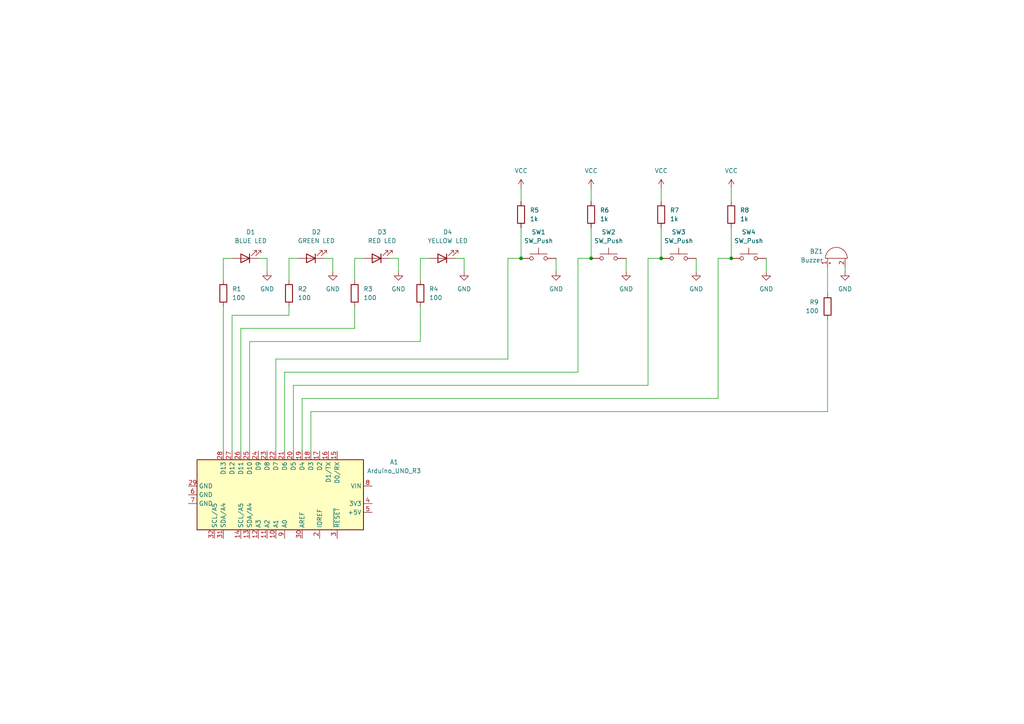
<source format=kicad_sch>
(kicad_sch (version 20230121) (generator eeschema)
  (paper "A4")
  (title_block (title "Simon Says - Arduino Uno Rev3"))
  (lib_symbols
    (symbol "Device:Buzzer" (pin_names (offset 0.0254) hide)
      (property "Reference" "BZ" (at 3.81 1.27 0))
      (property "Value" "Buzzer" (at 3.81 -1.27 0))
      (symbol "Buzzer_0_1"
        (arc (start 0 -3.175) (mid 3.1612 0) (end 0 3.175))
        (polyline (pts (xy -1.651 1.905) (xy -1.143 1.905)))
        (polyline (pts (xy -1.397 2.159) (xy -1.397 1.651)))
        (polyline (pts (xy 0 3.175) (xy 0 -3.175)))
      )
      (symbol "Buzzer_1_1"
        (pin passive line (at -2.54 2.54 0) (length 2.54) (name "+") (number "1"))
        (pin passive line (at -2.54 -2.54 0) (length 2.54) (name "-") (number "2"))
      )
    )
    (symbol "Device:LED" (pin_numbers hide) (pin_names (offset 1.016) hide)
      (property "Reference" "D" (at 0 2.54 0))
      (property "Value" "LED" (at 0 -2.54 0))
      (symbol "LED_0_1"
        (polyline (pts (xy -1.27 -1.27) (xy -1.27 1.27)) (stroke (width 0.254)))
        (polyline (pts (xy -1.27 0) (xy 1.27 0)))
        (polyline (pts (xy 1.27 -1.27) (xy 1.27 1.27) (xy -1.27 0) (xy 1.27 -1.27)) (stroke (width 0.254)))
        (polyline (pts (xy -3.048 -0.762) (xy -4.572 -2.286) (xy -3.81 -2.286) (xy -4.572 -2.286) (xy -4.572 -1.524)))
        (polyline (pts (xy -1.778 -0.762) (xy -3.302 -2.286) (xy -2.54 -2.286) (xy -3.302 -2.286) (xy -3.302 -1.524)))
      )
      (symbol "LED_1_1"
        (pin passive line (at -3.81 0 0) (length 2.54) (name "K") (number "1"))
        (pin passive line (at 3.81 0 180) (length 2.54) (name "A") (number "2"))
      )
    )
    (symbol "Device:R" (pin_numbers hide) (pin_names (offset 0))
      (property "Reference" "R" (at 2.032 0 90))
      (property "Value" "R" (at 0 0 90))
      (symbol "R_0_1"
        (rectangle (start -1.016 -2.54) (end 1.016 2.54) (stroke (width 0.254)))
      )
      (symbol "R_1_1"
        (pin passive line (at 0 3.81 270) (length 1.27) (name "~") (number "1"))
        (pin passive line (at 0 -3.81 90) (length 1.27) (name "~") (number "2"))
      )
    )
    (symbol "MCU_Module:Arduino_UNO_R3"
      (property "Reference" "A" (at -10.16 23.495 0))
      (property "Value" "Arduino_UNO_R3" (at 5.08 -26.67 0))
      (symbol "Arduino_UNO_R3_0_1"
        (rectangle (start -10.16 22.86) (end 10.16 -25.4) (stroke (width 0.254)) (fill (type background)))
      )
      (symbol "Arduino_UNO_R3_1_1"
        (pin no_connect line (at -10.16 -20.32 0) (length 2.54) hide (name "NC") (number "1"))
        (pin bidirectional line (at 12.7 -2.54 180) (length 2.54) (name "A1") (number "10"))
        (pin bidirectional line (at 12.7 -5.08 180) (length 2.54) (name "A2") (number "11"))
        (pin bidirectional line (at 12.7 -7.62 180) (length 2.54) (name "A3") (number "12"))
        (pin bidirectional line (at 12.7 -10.16 180) (length 2.54) (name "SDA/A4") (number "13"))
        (pin bidirectional line (at 12.7 -12.7 180) (length 2.54) (name "SCL/A5") (number "14"))
        (pin bidirectional line (at -12.7 15.24 0) (length 2.54) (name "D0/RX") (number "15"))
        (pin bidirectional line (at -12.7 12.7 0) (length 2.54) (name "D1/TX") (number "16"))
        (pin bidirectional line (at -12.7 10.16 0) (length 2.54) (name "D2") (number "17"))
        (pin bidirectional line (at -12.7 7.62 0) (length 2.54) (name "D3") (number "18"))
        (pin bidirectional line (at -12.7 5.08 0) (length 2.54) (name "D4") (number "19"))
        (pin output line (at 12.7 10.16 180) (length 2.54) (name "IOREF") (number "2"))
        (pin bidirectional line (at -12.7 2.54 0) (length 2.54) (name "D5") (number "20"))
        (pin bidirectional line (at -12.7 0 0) (length 2.54) (name "D6") (number "21"))
        (pin bidirectional line (at -12.7 -2.54 0) (length 2.54) (name "D7") (number "22"))
        (pin bidirectional line (at -12.7 -5.08 0) (length 2.54) (name "D8") (number "23"))
        (pin bidirectional line (at -12.7 -7.62 0) (length 2.54) (name "D9") (number "24"))
        (pin bidirectional line (at -12.7 -10.16 0) (length 2.54) (name "D10") (number "25"))
        (pin bidirectional line (at -12.7 -12.7 0) (length 2.54) (name "D11") (number "26"))
        (pin bidirectional line (at -12.7 -15.24 0) (length 2.54) (name "D12") (number "27"))
        (pin bidirectional line (at -12.7 -17.78 0) (length 2.54) (name "D13") (number "28"))
        (pin power_in line (at -2.54 -27.94 90) (length 2.54) (name "GND") (number "29"))
        (pin input line (at 12.7 15.24 180) (length 2.54) (name "~{RESET}") (number "3"))
        (pin input line (at 12.7 5.08 180) (length 2.54) (name "AREF") (number "30"))
        (pin bidirectional line (at 12.7 -17.78 180) (length 2.54) (name "SDA/A4") (number "31"))
        (pin bidirectional line (at 12.7 -20.32 180) (length 2.54) (name "SCL/A5") (number "32"))
        (pin power_out line (at 2.54 25.4 270) (length 2.54) (name "3V3") (number "4"))
        (pin power_out line (at 5.08 25.4 270) (length 2.54) (name "+5V") (number "5"))
        (pin power_in line (at 0 -27.94 90) (length 2.54) (name "GND") (number "6"))
        (pin power_in line (at 2.54 -27.94 90) (length 2.54) (name "GND") (number "7"))
        (pin power_in line (at -2.54 25.4 270) (length 2.54) (name "VIN") (number "8"))
        (pin bidirectional line (at 12.7 0 180) (length 2.54) (name "A0") (number "9"))
      )
    )
    (symbol "Switch:SW_Push" (pin_numbers hide) (pin_names (offset 1.016) hide)
      (property "Reference" "SW" (at 1.27 2.54 0))
      (property "Value" "SW_Push" (at 0 -1.524 0))
      (symbol "SW_Push_0_1"
        (circle (center -2.032 0) (radius 0.508))
        (polyline (pts (xy 0 1.27) (xy 0 3.048)))
        (polyline (pts (xy 2.54 1.27) (xy -2.54 1.27)))
        (circle (center 2.032 0) (radius 0.508))
        (pin passive line (at -5.08 0 0) (length 2.54) (name "1") (number "1"))
        (pin passive line (at 5.08 0 180) (length 2.54) (name "2") (number "2"))
      )
    )
    (symbol "power:GND" (power) (pin_names (offset 0))
      (property "Value" "GND" (at 0 -3.81 0))
      (symbol "GND_0_1"
        (polyline (pts (xy 0 0) (xy 0 -1.27) (xy 1.27 -1.27) (xy 0 -2.54) (xy -1.27 -1.27) (xy 0 -1.27)))
      )
      (symbol "GND_1_1"
        (pin power_in line (at 0 0 270) (length 0) hide (name "GND") (number "1"))
      )
    )
    (symbol "power:VCC" (power) (pin_names (offset 0))
      (property "Value" "VCC" (at 0 3.81 0))
      (symbol "VCC_0_1"
        (polyline (pts (xy -0.762 1.27) (xy 0 2.54)))
        (polyline (pts (xy 0 0) (xy 0 2.54)))
        (polyline (pts (xy 0 2.54) (xy 0.762 1.27)))
      )
      (symbol "VCC_1_1"
        (pin power_in line (at 0 0 90) (length 0) hide (name "VCC") (number "1"))
      )
    )
  )
  (junction (at 191.77 74.93))
  (junction (at 151.13 74.93))
  (junction (at 212.09 74.93))
  (junction (at 171.45 74.93))
  (wire (pts (xy 115.57 74.93) (xy 113.03 74.93)))
  (wire (pts (xy 134.62 74.93) (xy 132.08 74.93)))
  (wire (pts (xy 240.03 77.47) (xy 240.03 85.09)))
  (wire (pts (xy 151.13 54.61) (xy 151.13 58.42)))
  (wire (pts (xy 147.32 74.93) (xy 151.13 74.93)))
  (wire (pts (xy 64.77 74.93) (xy 64.77 81.28)))
  (wire (pts (xy 208.28 74.93) (xy 212.09 74.93)))
  (wire (pts (xy 121.92 88.9) (xy 121.92 99.06)))
  (wire (pts (xy 102.87 88.9) (xy 102.87 95.25)))
  (wire (pts (xy 134.62 78.74) (xy 134.62 74.93)))
  (wire (pts (xy 83.82 74.93) (xy 83.82 81.28)))
  (wire (pts (xy 167.64 107.95) (xy 82.55 107.95)))
  (wire (pts (xy 191.77 66.04) (xy 191.77 74.93)))
  (wire (pts (xy 67.31 91.44) (xy 83.82 91.44)))
  (wire (pts (xy 105.41 74.93) (xy 102.87 74.93)))
  (wire (pts (xy 82.55 107.95) (xy 82.55 130.81)))
  (wire (pts (xy 64.77 88.9) (xy 64.77 130.81)))
  (wire (pts (xy 212.09 66.04) (xy 212.09 74.93)))
  (wire (pts (xy 147.32 104.14) (xy 147.32 74.93)))
  (wire (pts (xy 80.01 104.14) (xy 147.32 104.14)))
  (wire (pts (xy 171.45 54.61) (xy 171.45 58.42)))
  (wire (pts (xy 167.64 74.93) (xy 171.45 74.93)))
  (wire (pts (xy 181.61 74.93) (xy 181.61 78.74)))
  (wire (pts (xy 240.03 119.38) (xy 240.03 92.71)))
  (wire (pts (xy 96.52 78.74) (xy 96.52 74.93)))
  (wire (pts (xy 161.29 74.93) (xy 161.29 78.74)))
  (wire (pts (xy 115.57 78.74) (xy 115.57 74.93)))
  (wire (pts (xy 245.11 78.74) (xy 245.11 77.47)))
  (wire (pts (xy 121.92 74.93) (xy 121.92 81.28)))
  (wire (pts (xy 167.64 74.93) (xy 167.64 107.95)))
  (wire (pts (xy 87.63 115.57) (xy 208.28 115.57)))
  (wire (pts (xy 77.47 78.74) (xy 77.47 74.93)))
  (wire (pts (xy 77.47 74.93) (xy 74.93 74.93)))
  (wire (pts (xy 87.63 130.81) (xy 87.63 115.57)))
  (wire (pts (xy 222.25 74.93) (xy 222.25 78.74)))
  (wire (pts (xy 191.77 54.61) (xy 191.77 58.42)))
  (wire (pts (xy 90.17 119.38) (xy 240.03 119.38)))
  (wire (pts (xy 67.31 74.93) (xy 64.77 74.93)))
  (wire (pts (xy 83.82 91.44) (xy 83.82 88.9)))
  (wire (pts (xy 208.28 74.93) (xy 208.28 115.57)))
  (wire (pts (xy 72.39 99.06) (xy 121.92 99.06)))
  (wire (pts (xy 72.39 130.81) (xy 72.39 99.06)))
  (wire (pts (xy 90.17 130.81) (xy 90.17 119.38)))
  (wire (pts (xy 171.45 66.04) (xy 171.45 74.93)))
  (wire (pts (xy 212.09 54.61) (xy 212.09 58.42)))
  (wire (pts (xy 124.46 74.93) (xy 121.92 74.93)))
  (wire (pts (xy 69.85 95.25) (xy 102.87 95.25)))
  (wire (pts (xy 151.13 66.04) (xy 151.13 74.93)))
  (wire (pts (xy 85.09 130.81) (xy 85.09 111.76)))
  (wire (pts (xy 86.36 74.93) (xy 83.82 74.93)))
  (wire (pts (xy 67.31 130.81) (xy 67.31 91.44)))
  (wire (pts (xy 201.93 74.93) (xy 201.93 78.74)))
  (wire (pts (xy 187.96 74.93) (xy 187.96 111.76)))
  (wire (pts (xy 187.96 74.93) (xy 191.77 74.93)))
  (wire (pts (xy 69.85 130.81) (xy 69.85 95.25)))
  (wire (pts (xy 102.87 74.93) (xy 102.87 81.28)))
  (wire (pts (xy 85.09 111.76) (xy 187.96 111.76)))
  (wire (pts (xy 80.01 130.81) (xy 80.01 104.14)))
  (wire (pts (xy 96.52 74.93) (xy 93.98 74.93)))
  (symbol (lib_id "Device:R") (at 151.13 62.23 0) (unit 1)
    (property "Reference" "R5" (at 153.67 60.96 0) (effects (justify left)))
    (property "Value" "1k" (at 153.67 63.5 0) (effects (justify left)))
  )
  (symbol (lib_id "Device:R") (at 212.09 62.23 0) (unit 1)
    (property "Reference" "R8" (at 214.63 60.96 0) (effects (justify left)))
    (property "Value" "1k" (at 214.63 63.5 0) (effects (justify left)))
  )
  (symbol (lib_id "power:VCC") (at 212.09 54.61 0) (unit 1)
    (property "Reference" "#PWR011" (effects hide))
    (property "Value" "VCC" (at 212.09 49.53 0))
  )
  (symbol (lib_id "Device:R") (at 191.77 62.23 0) (unit 1)
    (property "Reference" "R7" (at 194.31 60.96 0) (effects (justify left)))
    (property "Value" "1k" (at 194.31 63.5 0) (effects (justify left)))
  )
  (symbol (lib_id "power:GND") (at 134.62 78.74 0) (unit 1)
    (property "Reference" "#PWR04" (effects hide))
    (property "Value" "GND" (at 134.62 83.82 0))
  )
  (symbol (lib_id "Device:LED") (at 71.12 74.93 180) (unit 1)
    (property "Reference" "D1" (at 72.7075 67.31 0))
    (property "Value" "BLUE LED" (at 72.7075 69.85 0))
    (property "Footprint" "LED_THT:LED_D5.0mm_Clear" (effects hide))
  )
  (symbol (lib_id "Device:R") (at 102.87 85.09 0) (unit 1)
    (property "Reference" "R3" (at 105.41 83.82 0) (effects (justify left)))
    (property "Value" "100" (at 105.41 86.36 0) (effects (justify left)))
  )
  (symbol (lib_id "Switch:SW_Push") (at 156.21 74.93 0) (unit 1)
    (property "Reference" "SW1" (at 156.21 67.31 0))
    (property "Value" "SW_Push" (at 156.21 69.85 0))
  )
  (symbol (lib_id "Switch:SW_Push") (at 196.85 74.93 0) (unit 1)
    (property "Reference" "SW3" (at 196.85 67.31 0))
    (property "Value" "SW_Push" (at 196.85 69.85 0))
  )
  (symbol (lib_id "Device:LED") (at 109.22 74.93 180) (unit 1)
    (property "Reference" "D3" (at 110.8075 67.31 0))
    (property "Value" "RED LED" (at 110.8075 69.85 0))
    (property "Footprint" "LED_THT:LED_D5.0mm_Clear" (effects hide))
  )
  (symbol (lib_id "power:GND") (at 222.25 78.74 0) (unit 1)
    (property "Reference" "#PWR012" (effects hide))
    (property "Value" "GND" (at 222.25 83.82 0))
  )
  (symbol (lib_id "Device:R") (at 121.92 85.09 0) (unit 1)
    (property "Reference" "R4" (at 124.46 83.82 0) (effects (justify left)))
    (property "Value" "100" (at 124.46 86.36 0) (effects (justify left)))
  )
  (symbol (lib_id "MCU_Module:Arduino_UNO_R3") (at 82.55 143.51 270) (unit 1)
    (property "Reference" "A1" (at 114.3 134.0419 90))
    (property "Value" "Arduino_UNO_R3" (at 114.3 136.5819 90))
    (property "Footprint" "Module:Arduino_UNO_R3" (effects hide))
    (property "Datasheet" "https://www.arduino.cc/en/Main/arduinoBoardUno" (effects hide))
  )
  (symbol (lib_id "Device:Buzzer") (at 242.57 74.93 90) (unit 1)
    (property "Reference" "BZ1" (at 238.76 72.9049 90) (effects (justify left)))
    (property "Value" "Buzzer" (at 238.76 75.4449 90) (effects (justify left)))
  )
  (symbol (lib_id "Device:R") (at 64.77 85.09 0) (unit 1)
    (property "Reference" "R1" (at 67.31 83.82 0) (effects (justify left)))
    (property "Value" "100" (at 67.31 86.36 0) (effects (justify left)))
  )
  (symbol (lib_id "power:VCC") (at 151.13 54.61 0) (unit 1)
    (property "Reference" "#PWR06" (effects hide))
    (property "Value" "VCC" (at 151.13 49.53 0))
  )
  (symbol (lib_id "power:GND") (at 96.52 78.74 0) (unit 1)
    (property "Reference" "#PWR02" (effects hide))
    (property "Value" "GND" (at 96.52 83.82 0))
  )
  (symbol (lib_id "power:GND") (at 115.57 78.74 0) (unit 1)
    (property "Reference" "#PWR03" (effects hide))
    (property "Value" "GND" (at 115.57 83.82 0))
  )
  (symbol (lib_id "power:GND") (at 245.11 78.74 0) (unit 1)
    (property "Reference" "#PWR013" (effects hide))
    (property "Value" "GND" (at 245.11 83.82 0))
  )
  (symbol (lib_id "power:VCC") (at 191.77 54.61 0) (unit 1)
    (property "Reference" "#PWR09" (effects hide))
    (property "Value" "VCC" (at 191.77 49.53 0))
  )
  (symbol (lib_id "Switch:SW_Push") (at 176.53 74.93 0) (unit 1)
    (property "Reference" "SW2" (at 176.53 67.31 0))
    (property "Value" "SW_Push" (at 176.53 69.85 0))
  )
  (symbol (lib_id "power:GND") (at 181.61 78.74 0) (unit 1)
    (property "Reference" "#PWR08" (effects hide))
    (property "Value" "GND" (at 181.61 83.82 0))
  )
  (symbol (lib_id "power:GND") (at 77.47 78.74 0) (unit 1)
    (property "Reference" "#PWR01" (effects hide))
    (property "Value" "GND" (at 77.47 83.82 0))
  )
  (symbol (lib_id "Device:R") (at 240.03 88.9 0) (mirror y) (unit 1)
    (property "Reference" "R9" (at 237.49 87.63 0) (effects (justify left)))
    (property "Value" "100" (at 237.49 90.17 0) (effects (justify left)))
  )
  (symbol (lib_id "power:GND") (at 201.93 78.74 0) (unit 1)
    (property "Reference" "#PWR010" (effects hide))
    (property "Value" "GND" (at 201.93 83.82 0))
  )
  (symbol (lib_id "Device:R") (at 171.45 62.23 0) (unit 1)
    (property "Reference" "R6" (at 173.99 60.96 0) (effects (justify left)))
    (property "Value" "1k" (at 173.99 63.5 0) (effects (justify left)))
  )
  (symbol (lib_id "Device:R") (at 83.82 85.09 0) (unit 1)
    (property "Reference" "R2" (at 86.36 83.82 0) (effects (justify left)))
    (property "Value" "100" (at 86.36 86.36 0) (effects (justify left)))
  )
  (symbol (lib_id "Switch:SW_Push") (at 217.17 74.93 0) (unit 1)
    (property "Reference" "SW4" (at 217.17 67.31 0))
    (property "Value" "SW_Push" (at 217.17 69.85 0))
  )
  (symbol (lib_id "power:VCC") (at 171.45 54.61 0) (unit 1)
    (property "Reference" "#PWR07" (effects hide))
    (property "Value" "VCC" (at 171.45 49.53 0))
  )
  (symbol (lib_id "power:GND") (at 161.29 78.74 0) (unit 1)
    (property "Reference" "#PWR05" (effects hide))
    (property "Value" "GND" (at 161.29 83.82 0))
  )
  (symbol (lib_id "Device:LED") (at 128.27 74.93 180) (unit 1)
    (property "Reference" "D4" (at 129.8575 67.31 0))
    (property "Value" "YELLOW LED" (at 129.8575 69.85 0))
    (property "Footprint" "LED_THT:LED_D5.0mm_Clear" (effects hide))
  )
  (symbol (lib_id "Device:LED") (at 90.17 74.93 180) (unit 1)
    (property "Reference" "D2" (at 91.7575 67.31 0))
    (property "Value" "GREEN LED" (at 91.7575 69.85 0))
    (property "Footprint" "LED_THT:LED_D5.0mm_Clear" (effects hide))
  )
)
</source>
